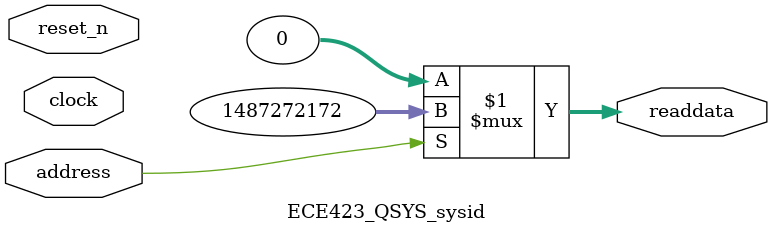
<source format=v>



// synthesis translate_off
`timescale 1ns / 1ps
// synthesis translate_on

// turn off superfluous verilog processor warnings 
// altera message_level Level1 
// altera message_off 10034 10035 10036 10037 10230 10240 10030 

module ECE423_QSYS_sysid (
               // inputs:
                address,
                clock,
                reset_n,

               // outputs:
                readdata
             )
;

  output  [ 31: 0] readdata;
  input            address;
  input            clock;
  input            reset_n;

  wire    [ 31: 0] readdata;
  //control_slave, which is an e_avalon_slave
  assign readdata = address ? 1487272172 : 0;

endmodule




</source>
